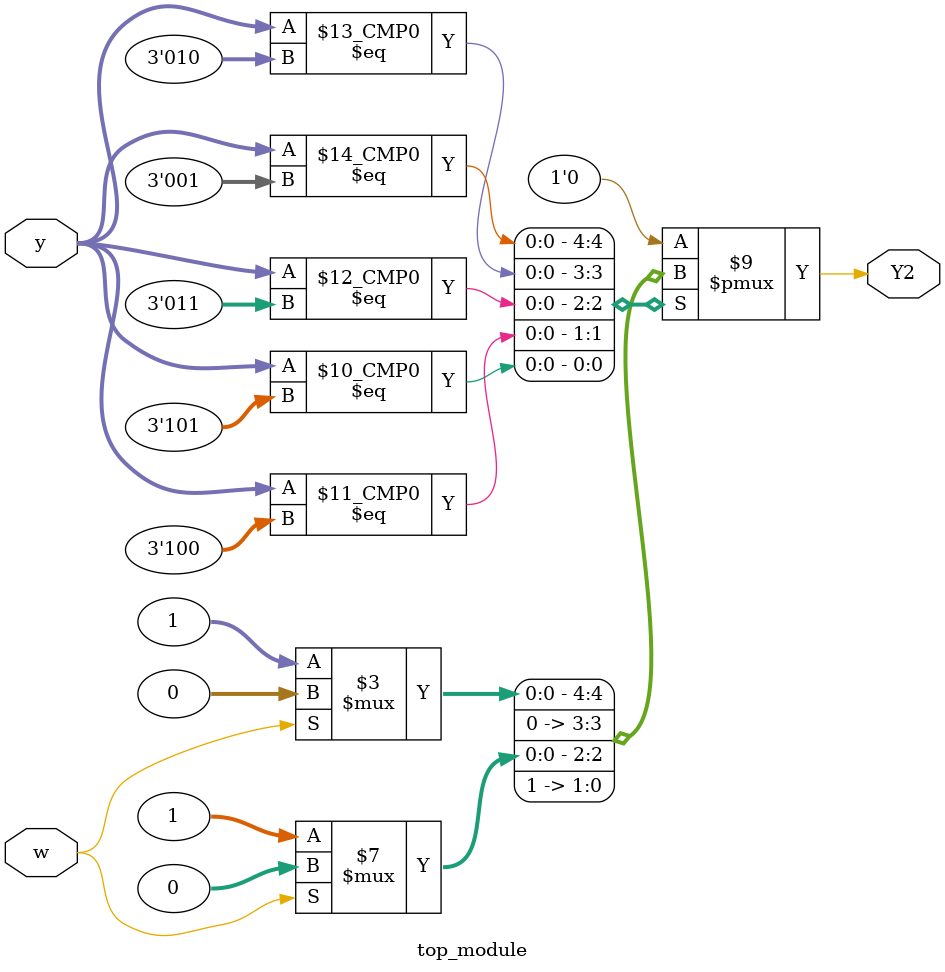
<source format=sv>
module top_module(
    input [3:1] y,
    input w,
    output reg Y2
);

    // Defining states with binary code using 3 bits
    parameter A = 3'b000;
    parameter B = 3'b001;
    parameter C = 3'b010;
    parameter D = 3'b011;
    parameter E = 3'b100;
    parameter F = 3'b101;

    always @(*) begin
        case(y)
            A: Y2 = 0;
            B: Y2 = (w == 1'b0) ? 1 : 0; // Determine next state for B
            C: Y2 = (w == 1'b0) ? 0 : 0; // Determine next state for C
            D: Y2 = (w == 1'b0) ? 1 : 0; // Determine next state for D
            E: Y2 = 1;
            F: Y2 = 1;
            default: Y2 = 0;
        endcase
    end
    
endmodule

</source>
